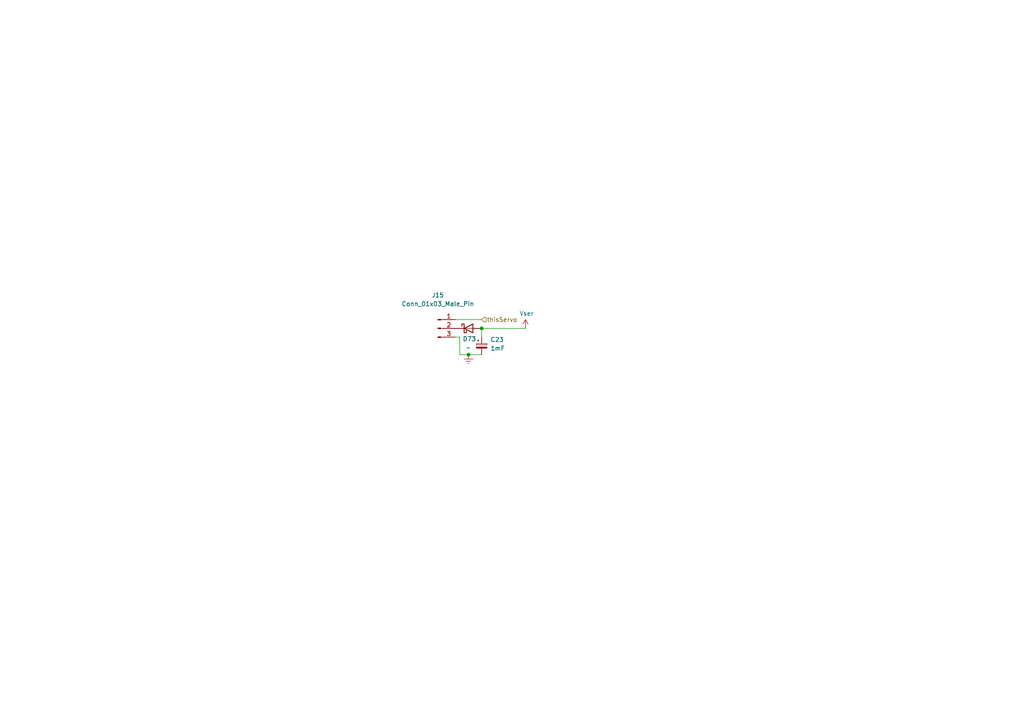
<source format=kicad_sch>
(kicad_sch (version 20250114) (generator "eeschema") (generator_version "9.0")
  (paper "A4")
  (lib_symbols
    (symbol "Connector:Conn_01x03_Pin" (pin_names (offset 1.016) (hide yes))
      (property "Reference" "J" (at 0 5.08 0))
      (property "Value" "Conn_01x03_Pin" (at 0 -5.08 0))
      (symbol "Conn_01x03_Pin_1_1"
        (rectangle (start 0.8636 2.667) (end 0 2.413) (stroke (width 0.1524)) (fill (type outline)))
        (rectangle (start 0.8636 0.127) (end 0 -0.127) (stroke (width 0.1524)) (fill (type outline)))
        (rectangle (start 0.8636 -2.413) (end 0 -2.667) (stroke (width 0.1524)) (fill (type outline)))
        (polyline (pts (xy 1.27 2.54) (xy 0.8636 2.54)) (stroke (width 0.1524)))
        (polyline (pts (xy 1.27 0) (xy 0.8636 0)) (stroke (width 0.1524)))
        (polyline (pts (xy 1.27 -2.54) (xy 0.8636 -2.54)) (stroke (width 0.1524)))
        (pin passive line (at 5.08 2.54 180) (length 3.81) (name "Pin_1") (number "1"))
        (pin passive line (at 5.08 0 180) (length 3.81) (name "Pin_2") (number "2"))
        (pin passive line (at 5.08 -2.54 180) (length 3.81) (name "Pin_3") (number "3"))
      )
    )
    (symbol "Device:C_Polarized_Small" (pin_numbers (hide yes)) (pin_names (offset 0.254) (hide yes))
      (property "Reference" "C" (at 0.254 1.778 0))
      (property "Value" "C_Polarized_Small" (at 0.254 -2.032 0))
      (symbol "C_Polarized_Small_0_1"
        (rectangle (start -1.524 0.6858) (end 1.524 0.3048))
        (rectangle (start -1.524 -0.3048) (end 1.524 -0.6858) (fill (type outline)))
        (polyline (pts (xy -1.27 1.524) (xy -0.762 1.524)))
        (polyline (pts (xy -1.016 1.27) (xy -1.016 1.778)))
      )
      (symbol "C_Polarized_Small_1_1"
        (pin passive line (at 0 2.54 270) (length 1.8542) (name "~") (number "1"))
        (pin passive line (at 0 -2.54 90) (length 1.8542) (name "~") (number "2"))
      )
    )
    (symbol "Diode:1N5817" (pin_numbers (hide yes)) (pin_names (offset 1.016) (hide yes))
      (property "Reference" "D" (at 0 2.54 0))
      (property "Value" "1N5817" (at 0 -2.54 0))
      (symbol "1N5817_0_1"
        (polyline (pts (xy -1.905 0.635) (xy -1.905 1.27) (xy -1.27 1.27) (xy -1.27 -1.27) (xy -0.635 -1.27) (xy -0.635 -0.635)) (stroke (width 0.254)))
        (polyline (pts (xy 1.27 1.27) (xy 1.27 -1.27) (xy -1.27 0) (xy 1.27 1.27)) (stroke (width 0.254)))
        (polyline (pts (xy 1.27 0) (xy -1.27 0)))
      )
      (symbol "1N5817_1_1"
        (pin passive line (at -3.81 0 0) (length 2.54) (name "K") (number "1"))
        (pin passive line (at 3.81 0 180) (length 2.54) (name "A") (number "2"))
      )
    )
    (symbol "power:GNDREF" (power) (pin_numbers (hide yes)) (pin_names (offset 0) (hide yes))
      (property "Value" "GNDREF" (at 0 -3.81 0))
      (symbol "GNDREF_0_1"
        (polyline (pts (xy -0.635 -1.905) (xy 0.635 -1.905)))
        (polyline (pts (xy -0.127 -2.54) (xy 0.127 -2.54)))
        (polyline (pts (xy 0 -1.27) (xy 0 0)))
        (polyline (pts (xy 1.27 -1.27) (xy -1.27 -1.27)))
      )
      (symbol "GNDREF_1_1"
        (pin power_in line (at 0 0 270) (length 0) (name "~") (number "1"))
      )
    )
    (symbol "power:VCC" (power) (pin_numbers (hide yes)) (pin_names (offset 0) (hide yes))
      (property "Value" "VCC" (at 0 3.556 0))
      (symbol "VCC_0_1"
        (polyline (pts (xy -0.762 1.27) (xy 0 2.54)))
        (polyline (pts (xy 0 2.54) (xy 0.762 1.27)))
        (polyline (pts (xy 0 0) (xy 0 2.54)))
      )
      (symbol "VCC_1_1"
        (pin power_in line (at 0 0 90) (length 0) (name "~") (number "1"))
      )
    )
  )
  (junction (at 135.89 102.87))
  (junction (at 139.7 95.25))
  (wire (pts (xy 139.7 95.25) (xy 152.4 95.25)))
  (wire (pts (xy 133.35 97.79) (xy 133.35 102.87)))
  (wire (pts (xy 133.35 97.79) (xy 132.08 97.79)))
  (wire (pts (xy 135.89 102.87) (xy 133.35 102.87)))
  (wire (pts (xy 135.89 102.87) (xy 139.7 102.87)))
  (wire (pts (xy 139.7 95.25) (xy 139.7 97.79)))
  (wire (pts (xy 139.7 92.71) (xy 132.08 92.71)))
  (hierarchical_label "thisServo" (shape input) (at 139.7 92.71 0))
  (symbol (lib_id "Diode:1N5817") (at 135.89 95.25 0) (unit 1)
    (property "Reference" "D53" (at 136.144 98.298 0))
    (property "Value" "~" (at 135.89 100.838 0))
    (property "Footprint" "Diode_SMD:D_SOD-123" (effects (hide yes)))
    (property "Description" "20V 1A Schottky Barrier Rectifier Diode, DO-41" (effects (hide yes)))
    (instances (project "Oblique Palette 0.5.4 PCB Main" (path "" (reference "D73") (unit 1)) (path "" (reference "D77") (unit 1)) (path "" (reference "D69") (unit 1)) (path "" (reference "D61") (unit 1)) (path "" (reference "D53") (unit 1)) (path "" (reference "D57") (unit 1)) (path "" (reference "D65") (unit 1))))
  )
  (symbol (lib_id "Connector:Conn_01x03_Pin") (at 127 95.25 0) (unit 1)
    (property "Reference" "J3" (at 127 85.598 0))
    (property "Value" "Conn_01x03_Male_Pin" (at 127 88.138 0))
    (property "Footprint" "Connector_PinHeader_2.54mm:PinHeader_1x03_P2.54mm_Vertical" (effects (hide yes)))
    (property "Description" "Generic connector, single row, 01x03, script generated" (effects (hide yes)))
    (instances (project "Oblique Palette 0.5.4 PCB Main" (path "" (reference "J15") (unit 1)) (path "" (reference "J18") (unit 1)) (path "" (reference "J12") (unit 1)) (path "" (reference "J8") (unit 1)) (path "" (reference "J3") (unit 1)) (path "" (reference "J6") (unit 1)) (path "" (reference "J10") (unit 1))))
  )
  (symbol (lib_id "Device:C_Polarized_Small") (at 139.7 100.33 0) (unit 1)
    (property "Reference" "C18" (at 142.24 98.5138 0) (effects (justify left)))
    (property "Value" "1mF" (at 142.24 101.0538 0) (effects (justify left)))
    (property "Footprint" "Capacitor_THT:CP_Radial_D5.0mm_P2.50mm" (effects (hide yes)))
    (property "Description" "Polarized capacitor, small symbol" (effects (hide yes)))
    (instances (project "Oblique Palette 0.5.4 PCB Main" (path "" (reference "C23") (unit 1)) (path "" (reference "C24") (unit 1)) (path "" (reference "C22") (unit 1)) (path "" (reference "C20") (unit 1)) (path "" (reference "C18") (unit 1)) (path "" (reference "C19") (unit 1)) (path "" (reference "C21") (unit 1))))
  )
  (symbol (lib_id "power:GNDREF") (at 135.89 102.87 0) (unit 1)
    (property "Reference" "#PWR0123" (effects (hide yes)))
    (property "Value" "GNDREF" (effects (hide yes)))
    (property "Description" "Power symbol creates a global label with name \"GNDREF\" , reference supply ground" (effects (hide yes)))
    (instances (project "Oblique Palette 0.5.4 PCB Main" (path "" (reference "#PWR0203") (unit 1)) (path "" (reference "#PWR0233") (unit 1)) (path "" (reference "#PWR0191") (unit 1)) (path "" (reference "#PWR0157") (unit 1)) (path "" (reference "#PWR0123") (unit 1)) (path "" (reference "#PWR0140") (unit 1)) (path "" (reference "#PWR0174") (unit 1))))
  )
  (symbol (lib_id "power:VCC") (at 152.4 95.25 0) (unit 1)
    (property "Reference" "#PWR0124" (effects (hide yes)))
    (property "Value" "Vser" (at 150.622 90.932 0) (effects (justify left)))
    (property "Description" "Power symbol creates a global label with name \"VCC\"" (effects (hide yes)))
    (instances (project "Oblique Palette 0.5.4 PCB Main" (path "" (reference "#PWR0218") (unit 1)) (path "" (reference "#PWR0248") (unit 1)) (path "" (reference "#PWR0192") (unit 1)) (path "" (reference "#PWR0158") (unit 1)) (path "" (reference "#PWR0124") (unit 1)) (path "" (reference "#PWR0141") (unit 1)) (path "" (reference "#PWR0175") (unit 1))))
  )
)
</source>
